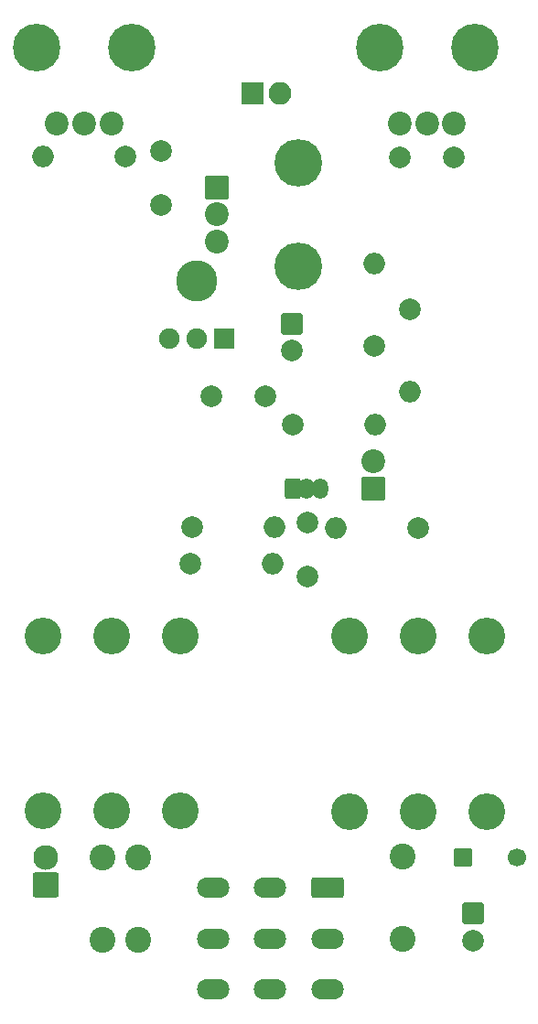
<source format=gbr>
%TF.GenerationSoftware,KiCad,Pcbnew,6.0.0-d3dd2cf0fa~116~ubuntu20.04.1*%
%TF.CreationDate,2022-01-03T11:44:46+00:00*%
%TF.ProjectId,peppermill,70657070-6572-46d6-996c-6c2e6b696361,rev?*%
%TF.SameCoordinates,Original*%
%TF.FileFunction,Soldermask,Top*%
%TF.FilePolarity,Negative*%
%FSLAX46Y46*%
G04 Gerber Fmt 4.6, Leading zero omitted, Abs format (unit mm)*
G04 Created by KiCad (PCBNEW 6.0.0-d3dd2cf0fa~116~ubuntu20.04.1) date 2022-01-03 11:44:46*
%MOMM*%
%LPD*%
G01*
G04 APERTURE LIST*
G04 Aperture macros list*
%AMRoundRect*
0 Rectangle with rounded corners*
0 $1 Rounding radius*
0 $2 $3 $4 $5 $6 $7 $8 $9 X,Y pos of 4 corners*
0 Add a 4 corners polygon primitive as box body*
4,1,4,$2,$3,$4,$5,$6,$7,$8,$9,$2,$3,0*
0 Add four circle primitives for the rounded corners*
1,1,$1+$1,$2,$3*
1,1,$1+$1,$4,$5*
1,1,$1+$1,$6,$7*
1,1,$1+$1,$8,$9*
0 Add four rect primitives between the rounded corners*
20,1,$1+$1,$2,$3,$4,$5,0*
20,1,$1+$1,$4,$5,$6,$7,0*
20,1,$1+$1,$6,$7,$8,$9,0*
20,1,$1+$1,$8,$9,$2,$3,0*%
G04 Aperture macros list end*
%ADD10RoundRect,0.200000X1.300000X0.750000X-1.300000X0.750000X-1.300000X-0.750000X1.300000X-0.750000X0*%
%ADD11O,3.000000X1.900000*%
%ADD12C,3.400000*%
%ADD13RoundRect,0.200000X0.850000X-0.850000X0.850000X0.850000X-0.850000X0.850000X-0.850000X-0.850000X0*%
%ADD14O,2.100000X2.100000*%
%ADD15RoundRect,0.200000X-0.800000X0.800000X-0.800000X-0.800000X0.800000X-0.800000X0.800000X0.800000X0*%
%ADD16C,2.000000*%
%ADD17RoundRect,0.200000X1.000000X0.950000X-1.000000X0.950000X-1.000000X-0.950000X1.000000X-0.950000X0*%
%ADD18C,2.300000*%
%ADD19C,2.398980*%
%ADD20RoundRect,0.200000X-0.650000X-0.650000X0.650000X-0.650000X0.650000X0.650000X-0.650000X0.650000X0*%
%ADD21C,1.700000*%
%ADD22O,2.000000X2.000000*%
%ADD23O,4.400000X4.400000*%
%ADD24RoundRect,0.200000X-0.900000X0.900000X-0.900000X-0.900000X0.900000X-0.900000X0.900000X0.900000X0*%
%ADD25C,2.200000*%
%ADD26C,3.800000*%
%ADD27RoundRect,0.200000X0.900000X-0.900000X0.900000X0.900000X-0.900000X0.900000X-0.900000X-0.900000X0*%
%ADD28RoundRect,0.200000X0.750000X0.750000X-0.750000X0.750000X-0.750000X-0.750000X0.750000X-0.750000X0*%
%ADD29C,1.900000*%
%ADD30C,4.400000*%
%ADD31RoundRect,0.200000X-0.525000X-0.750000X0.525000X-0.750000X0.525000X0.750000X-0.525000X0.750000X0*%
%ADD32O,1.450000X1.900000*%
G04 APERTURE END LIST*
D10*
%TO.C,SW1*%
X148550000Y-137825000D03*
D11*
X143250000Y-137825000D03*
X137950000Y-137825000D03*
X148550000Y-142525000D03*
X143250000Y-142550000D03*
X137950000Y-142525000D03*
X148550000Y-147225000D03*
X143250000Y-147225000D03*
X137950000Y-147225000D03*
%TD*%
D12*
%TO.C,J3*%
X122250000Y-130730000D03*
X134950000Y-130730000D03*
X128600000Y-130730000D03*
X122250000Y-114500000D03*
X134950000Y-114500000D03*
X128600000Y-114500000D03*
%TD*%
D13*
%TO.C,J2*%
X141650000Y-64300000D03*
D14*
X144190000Y-64300000D03*
%TD*%
D15*
%TO.C,C2*%
X162000000Y-140200000D03*
D16*
X162000000Y-142700000D03*
%TD*%
D17*
%TO.C,D1*%
X122500000Y-137540000D03*
D18*
X122500000Y-135000000D03*
%TD*%
D19*
%TO.C,R1*%
X155473400Y-142570200D03*
X155473400Y-134950200D03*
%TD*%
%TO.C,R3*%
X131000000Y-135020000D03*
X131000000Y-142640000D03*
%TD*%
%TO.C,R2*%
X127750000Y-142620000D03*
X127750000Y-135000000D03*
%TD*%
D20*
%TO.C,C1*%
X161050000Y-135000000D03*
D21*
X166050000Y-135000000D03*
%TD*%
D12*
%TO.C,J1*%
X163250000Y-114530000D03*
X150550000Y-114530000D03*
X156900000Y-114530000D03*
X163250000Y-130760000D03*
X150550000Y-130760000D03*
X156900000Y-130760000D03*
%TD*%
D16*
%TO.C,FXC4*%
X137809600Y-92329000D03*
X142809600Y-92329000D03*
%TD*%
%TO.C,FXC1*%
X146685000Y-109067600D03*
X146685000Y-104067600D03*
%TD*%
%TO.C,FXR2*%
X136017000Y-104495600D03*
D22*
X143637000Y-104495600D03*
%TD*%
D23*
%TO.C,RV2*%
X145843800Y-70789600D03*
X145843800Y-80289600D03*
D24*
X138343800Y-73039600D03*
D25*
X138343800Y-75539600D03*
X138343800Y-78039600D03*
%TD*%
D26*
%TO.C,TP1*%
X136448800Y-81711800D03*
%TD*%
D16*
%TO.C,FXC2*%
X133121400Y-74621400D03*
X133121400Y-69621400D03*
%TD*%
D15*
%TO.C,FXC3*%
X145237200Y-85630406D03*
D16*
X145237200Y-88130406D03*
%TD*%
D27*
%TO.C,D2*%
X152831800Y-100914200D03*
D25*
X152831800Y-98374200D03*
%TD*%
D16*
%TO.C,FXR7*%
X156210000Y-84302600D03*
D22*
X156210000Y-91922600D03*
%TD*%
D28*
%TO.C,Q2*%
X139018600Y-86995000D03*
D29*
X136478600Y-86995000D03*
X133938600Y-86995000D03*
%TD*%
D16*
%TO.C,FXC5*%
X155234000Y-70231000D03*
X160234000Y-70231000D03*
%TD*%
%TO.C,FXR4*%
X145338800Y-94970600D03*
D22*
X152958800Y-94970600D03*
%TD*%
D16*
%TO.C,FXR1*%
X156946600Y-104521000D03*
D22*
X149326600Y-104521000D03*
%TD*%
D16*
%TO.C,FXR3*%
X135890000Y-107823000D03*
D22*
X143510000Y-107823000D03*
%TD*%
D30*
%TO.C,RV3*%
X153359400Y-60111600D03*
X162159400Y-60111600D03*
D25*
X160259400Y-67111600D03*
X157759400Y-67111600D03*
X155259400Y-67111600D03*
%TD*%
D30*
%TO.C,RV1*%
X130434800Y-60111600D03*
X121634800Y-60111600D03*
D25*
X128534800Y-67111600D03*
X126034800Y-67111600D03*
X123534800Y-67111600D03*
%TD*%
D16*
%TO.C,FXR6*%
X152882600Y-87655400D03*
D22*
X152882600Y-80035400D03*
%TD*%
D16*
%TO.C,FXR5*%
X129844800Y-70154800D03*
D22*
X122224800Y-70154800D03*
%TD*%
D31*
%TO.C,Q1*%
X145364200Y-100863400D03*
D32*
X146634200Y-100863400D03*
X147904200Y-100863400D03*
%TD*%
M02*

</source>
